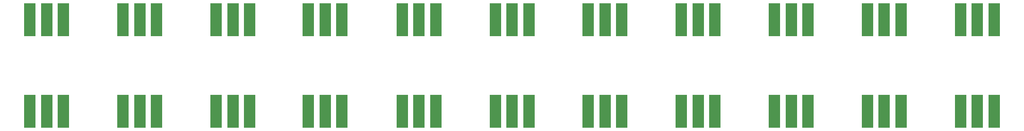
<source format=gbr>
G04 #@! TF.GenerationSoftware,KiCad,Pcbnew,(5.1.0-0)*
G04 #@! TF.CreationDate,2019-04-23T10:34:18-07:00*
G04 #@! TF.ProjectId,TestPanel1,54657374-5061-46e6-956c-312e6b696361,rev?*
G04 #@! TF.SameCoordinates,Original*
G04 #@! TF.FileFunction,Paste,Bot*
G04 #@! TF.FilePolarity,Positive*
%FSLAX46Y46*%
G04 Gerber Fmt 4.6, Leading zero omitted, Abs format (unit mm)*
G04 Created by KiCad (PCBNEW (5.1.0-0)) date 2019-04-23 10:34:18*
%MOMM*%
%LPD*%
G04 APERTURE LIST*
%ADD10R,2.000000X6.000000*%
G04 APERTURE END LIST*
D10*
X135709980Y-200474000D03*
X132709980Y-200474000D03*
X138709980Y-200474000D03*
X269043260Y-200474000D03*
X266043260Y-200474000D03*
X272043260Y-200474000D03*
X222043280Y-200474000D03*
X216043280Y-200474000D03*
X219043280Y-200474000D03*
X188709960Y-200474000D03*
X182709960Y-200474000D03*
X185709960Y-200474000D03*
X202376620Y-200474000D03*
X199376620Y-200474000D03*
X205376620Y-200474000D03*
X168910000Y-200474000D03*
X165910000Y-200474000D03*
X171910000Y-200474000D03*
X288709920Y-200474000D03*
X282709920Y-200474000D03*
X285709920Y-200474000D03*
X155376640Y-200474000D03*
X149376640Y-200474000D03*
X152376640Y-200474000D03*
X235709940Y-200474000D03*
X232709940Y-200474000D03*
X238709940Y-200474000D03*
X255376600Y-200474000D03*
X249376600Y-200474000D03*
X252376600Y-200474000D03*
X122043320Y-200474000D03*
X116043320Y-200474000D03*
X119043320Y-200474000D03*
X119043320Y-183974000D03*
X116043320Y-183974000D03*
X122043320Y-183974000D03*
X138709980Y-183974000D03*
X132709980Y-183974000D03*
X135709980Y-183974000D03*
X152376640Y-183974000D03*
X149376640Y-183974000D03*
X155376640Y-183974000D03*
X285709920Y-183974000D03*
X282709920Y-183974000D03*
X288709920Y-183974000D03*
X272043260Y-183974000D03*
X266043260Y-183974000D03*
X269043260Y-183974000D03*
X252376600Y-183974000D03*
X249376600Y-183974000D03*
X255376600Y-183974000D03*
X238709940Y-183974000D03*
X232709940Y-183974000D03*
X235709940Y-183974000D03*
X219043280Y-183974000D03*
X216043280Y-183974000D03*
X222043280Y-183974000D03*
X205376620Y-183974000D03*
X199376620Y-183974000D03*
X202376620Y-183974000D03*
X185709960Y-183974000D03*
X182709960Y-183974000D03*
X188709960Y-183974000D03*
X171910000Y-183974000D03*
X165910000Y-183974000D03*
X168910000Y-183974000D03*
M02*

</source>
